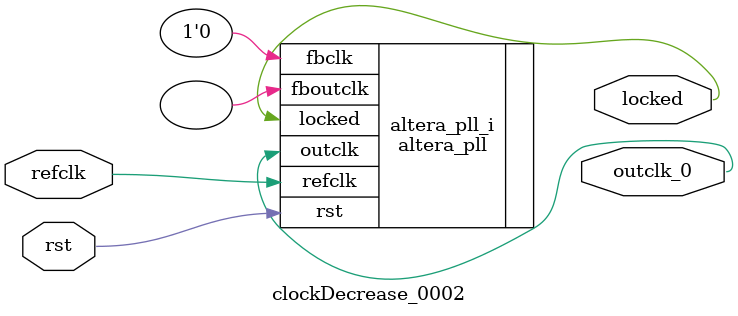
<source format=v>
`timescale 1ns/10ps
module  clockDecrease_0002(

	// interface 'refclk'
	input wire refclk,

	// interface 'reset'
	input wire rst,

	// interface 'outclk0'
	output wire outclk_0,

	// interface 'locked'
	output wire locked
);

	altera_pll #(
		.fractional_vco_multiplier("false"),
		.reference_clock_frequency("100.0 MHz"),
		.operation_mode("direct"),
		.number_of_clocks(1),
		.output_clock_frequency0("40.000000 MHz"),
		.phase_shift0("0 ps"),
		.duty_cycle0(50),
		.output_clock_frequency1("0 MHz"),
		.phase_shift1("0 ps"),
		.duty_cycle1(50),
		.output_clock_frequency2("0 MHz"),
		.phase_shift2("0 ps"),
		.duty_cycle2(50),
		.output_clock_frequency3("0 MHz"),
		.phase_shift3("0 ps"),
		.duty_cycle3(50),
		.output_clock_frequency4("0 MHz"),
		.phase_shift4("0 ps"),
		.duty_cycle4(50),
		.output_clock_frequency5("0 MHz"),
		.phase_shift5("0 ps"),
		.duty_cycle5(50),
		.output_clock_frequency6("0 MHz"),
		.phase_shift6("0 ps"),
		.duty_cycle6(50),
		.output_clock_frequency7("0 MHz"),
		.phase_shift7("0 ps"),
		.duty_cycle7(50),
		.output_clock_frequency8("0 MHz"),
		.phase_shift8("0 ps"),
		.duty_cycle8(50),
		.output_clock_frequency9("0 MHz"),
		.phase_shift9("0 ps"),
		.duty_cycle9(50),
		.output_clock_frequency10("0 MHz"),
		.phase_shift10("0 ps"),
		.duty_cycle10(50),
		.output_clock_frequency11("0 MHz"),
		.phase_shift11("0 ps"),
		.duty_cycle11(50),
		.output_clock_frequency12("0 MHz"),
		.phase_shift12("0 ps"),
		.duty_cycle12(50),
		.output_clock_frequency13("0 MHz"),
		.phase_shift13("0 ps"),
		.duty_cycle13(50),
		.output_clock_frequency14("0 MHz"),
		.phase_shift14("0 ps"),
		.duty_cycle14(50),
		.output_clock_frequency15("0 MHz"),
		.phase_shift15("0 ps"),
		.duty_cycle15(50),
		.output_clock_frequency16("0 MHz"),
		.phase_shift16("0 ps"),
		.duty_cycle16(50),
		.output_clock_frequency17("0 MHz"),
		.phase_shift17("0 ps"),
		.duty_cycle17(50),
		.pll_type("General"),
		.pll_subtype("General")
	) altera_pll_i (
		.rst	(rst),
		.outclk	({outclk_0}),
		.locked	(locked),
		.fboutclk	( ),
		.fbclk	(1'b0),
		.refclk	(refclk)
	);
endmodule


</source>
